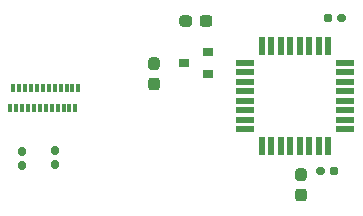
<source format=gbr>
%TF.GenerationSoftware,KiCad,Pcbnew,(5.1.10)-1*%
%TF.CreationDate,2021-07-17T22:11:59-07:00*%
%TF.ProjectId,twokey,74776f6b-6579-42e6-9b69-6361645f7063,rev?*%
%TF.SameCoordinates,Original*%
%TF.FileFunction,Paste,Top*%
%TF.FilePolarity,Positive*%
%FSLAX46Y46*%
G04 Gerber Fmt 4.6, Leading zero omitted, Abs format (unit mm)*
G04 Created by KiCad (PCBNEW (5.1.10)-1) date 2021-07-17 22:11:59*
%MOMM*%
%LPD*%
G01*
G04 APERTURE LIST*
%ADD10R,1.600000X0.550000*%
%ADD11R,0.550000X1.600000*%
%ADD12R,0.300000X0.700000*%
%ADD13R,0.900000X0.800000*%
G04 APERTURE END LIST*
D10*
%TO.C,U1*%
X152078000Y-98812000D03*
X152078000Y-98012000D03*
X152078000Y-97212000D03*
X152078000Y-96412000D03*
X152078000Y-95612000D03*
X152078000Y-94812000D03*
X152078000Y-94012000D03*
X152078000Y-93212000D03*
D11*
X150628000Y-91762000D03*
X149828000Y-91762000D03*
X149028000Y-91762000D03*
X148228000Y-91762000D03*
X147428000Y-91762000D03*
X146628000Y-91762000D03*
X145828000Y-91762000D03*
X145028000Y-91762000D03*
D10*
X143578000Y-93212000D03*
X143578000Y-94012000D03*
X143578000Y-94812000D03*
X143578000Y-95612000D03*
X143578000Y-96412000D03*
X143578000Y-97212000D03*
X143578000Y-98012000D03*
X143578000Y-98812000D03*
D11*
X145028000Y-100262000D03*
X145828000Y-100262000D03*
X146628000Y-100262000D03*
X147428000Y-100262000D03*
X148228000Y-100262000D03*
X149028000Y-100262000D03*
X149828000Y-100262000D03*
X150628000Y-100262000D03*
%TD*%
%TO.C,C1*%
G36*
G01*
X148098500Y-102131500D02*
X148573500Y-102131500D01*
G75*
G02*
X148811000Y-102369000I0J-237500D01*
G01*
X148811000Y-102969000D01*
G75*
G02*
X148573500Y-103206500I-237500J0D01*
G01*
X148098500Y-103206500D01*
G75*
G02*
X147861000Y-102969000I0J237500D01*
G01*
X147861000Y-102369000D01*
G75*
G02*
X148098500Y-102131500I237500J0D01*
G01*
G37*
G36*
G01*
X148098500Y-103856500D02*
X148573500Y-103856500D01*
G75*
G02*
X148811000Y-104094000I0J-237500D01*
G01*
X148811000Y-104694000D01*
G75*
G02*
X148573500Y-104931500I-237500J0D01*
G01*
X148098500Y-104931500D01*
G75*
G02*
X147861000Y-104694000I0J237500D01*
G01*
X147861000Y-104094000D01*
G75*
G02*
X148098500Y-103856500I237500J0D01*
G01*
G37*
%TD*%
%TO.C,C2*%
G36*
G01*
X149627500Y-102517000D02*
X149627500Y-102207000D01*
G75*
G02*
X149782500Y-102052000I155000J0D01*
G01*
X150207500Y-102052000D01*
G75*
G02*
X150362500Y-102207000I0J-155000D01*
G01*
X150362500Y-102517000D01*
G75*
G02*
X150207500Y-102672000I-155000J0D01*
G01*
X149782500Y-102672000D01*
G75*
G02*
X149627500Y-102517000I0J155000D01*
G01*
G37*
G36*
G01*
X150762500Y-102517000D02*
X150762500Y-102207000D01*
G75*
G02*
X150917500Y-102052000I155000J0D01*
G01*
X151342500Y-102052000D01*
G75*
G02*
X151497500Y-102207000I0J-155000D01*
G01*
X151497500Y-102517000D01*
G75*
G02*
X151342500Y-102672000I-155000J0D01*
G01*
X150917500Y-102672000D01*
G75*
G02*
X150762500Y-102517000I0J155000D01*
G01*
G37*
%TD*%
%TO.C,C3*%
G36*
G01*
X151389500Y-89563000D02*
X151389500Y-89253000D01*
G75*
G02*
X151544500Y-89098000I155000J0D01*
G01*
X151969500Y-89098000D01*
G75*
G02*
X152124500Y-89253000I0J-155000D01*
G01*
X152124500Y-89563000D01*
G75*
G02*
X151969500Y-89718000I-155000J0D01*
G01*
X151544500Y-89718000D01*
G75*
G02*
X151389500Y-89563000I0J155000D01*
G01*
G37*
G36*
G01*
X150254500Y-89563000D02*
X150254500Y-89253000D01*
G75*
G02*
X150409500Y-89098000I155000J0D01*
G01*
X150834500Y-89098000D01*
G75*
G02*
X150989500Y-89253000I0J-155000D01*
G01*
X150989500Y-89563000D01*
G75*
G02*
X150834500Y-89718000I-155000J0D01*
G01*
X150409500Y-89718000D01*
G75*
G02*
X150254500Y-89563000I0J155000D01*
G01*
G37*
%TD*%
%TO.C,C4*%
G36*
G01*
X135652500Y-92733500D02*
X136127500Y-92733500D01*
G75*
G02*
X136365000Y-92971000I0J-237500D01*
G01*
X136365000Y-93571000D01*
G75*
G02*
X136127500Y-93808500I-237500J0D01*
G01*
X135652500Y-93808500D01*
G75*
G02*
X135415000Y-93571000I0J237500D01*
G01*
X135415000Y-92971000D01*
G75*
G02*
X135652500Y-92733500I237500J0D01*
G01*
G37*
G36*
G01*
X135652500Y-94458500D02*
X136127500Y-94458500D01*
G75*
G02*
X136365000Y-94696000I0J-237500D01*
G01*
X136365000Y-95296000D01*
G75*
G02*
X136127500Y-95533500I-237500J0D01*
G01*
X135652500Y-95533500D01*
G75*
G02*
X135415000Y-95296000I0J237500D01*
G01*
X135415000Y-94696000D01*
G75*
G02*
X135652500Y-94458500I237500J0D01*
G01*
G37*
%TD*%
%TO.C,C5*%
G36*
G01*
X139121000Y-89424500D02*
X139121000Y-89899500D01*
G75*
G02*
X138883500Y-90137000I-237500J0D01*
G01*
X138283500Y-90137000D01*
G75*
G02*
X138046000Y-89899500I0J237500D01*
G01*
X138046000Y-89424500D01*
G75*
G02*
X138283500Y-89187000I237500J0D01*
G01*
X138883500Y-89187000D01*
G75*
G02*
X139121000Y-89424500I0J-237500D01*
G01*
G37*
G36*
G01*
X140846000Y-89424500D02*
X140846000Y-89899500D01*
G75*
G02*
X140608500Y-90137000I-237500J0D01*
G01*
X140008500Y-90137000D01*
G75*
G02*
X139771000Y-89899500I0J237500D01*
G01*
X139771000Y-89424500D01*
G75*
G02*
X140008500Y-89187000I237500J0D01*
G01*
X140608500Y-89187000D01*
G75*
G02*
X140846000Y-89424500I0J-237500D01*
G01*
G37*
%TD*%
D12*
%TO.C,J1*%
X129242000Y-97053000D03*
X128742000Y-97053000D03*
X128242000Y-97053000D03*
X127742000Y-97053000D03*
X127242000Y-97053000D03*
X126742000Y-97053000D03*
X126242000Y-97053000D03*
X125742000Y-97053000D03*
X125242000Y-97053000D03*
X124742000Y-97053000D03*
X124242000Y-97053000D03*
X123742000Y-97053000D03*
X123992000Y-95353000D03*
X124492000Y-95353000D03*
X124992000Y-95353000D03*
X125492000Y-95353000D03*
X125992000Y-95353000D03*
X126492000Y-95353000D03*
X126992000Y-95353000D03*
X127492000Y-95353000D03*
X127992000Y-95353000D03*
X128492000Y-95353000D03*
X128992000Y-95353000D03*
X129492000Y-95353000D03*
%TD*%
%TO.C,R1*%
G36*
G01*
X127348000Y-101459000D02*
X127668000Y-101459000D01*
G75*
G02*
X127828000Y-101619000I0J-160000D01*
G01*
X127828000Y-102014000D01*
G75*
G02*
X127668000Y-102174000I-160000J0D01*
G01*
X127348000Y-102174000D01*
G75*
G02*
X127188000Y-102014000I0J160000D01*
G01*
X127188000Y-101619000D01*
G75*
G02*
X127348000Y-101459000I160000J0D01*
G01*
G37*
G36*
G01*
X127348000Y-100264000D02*
X127668000Y-100264000D01*
G75*
G02*
X127828000Y-100424000I0J-160000D01*
G01*
X127828000Y-100819000D01*
G75*
G02*
X127668000Y-100979000I-160000J0D01*
G01*
X127348000Y-100979000D01*
G75*
G02*
X127188000Y-100819000I0J160000D01*
G01*
X127188000Y-100424000D01*
G75*
G02*
X127348000Y-100264000I160000J0D01*
G01*
G37*
%TD*%
%TO.C,R2*%
G36*
G01*
X124554000Y-100353500D02*
X124874000Y-100353500D01*
G75*
G02*
X125034000Y-100513500I0J-160000D01*
G01*
X125034000Y-100908500D01*
G75*
G02*
X124874000Y-101068500I-160000J0D01*
G01*
X124554000Y-101068500D01*
G75*
G02*
X124394000Y-100908500I0J160000D01*
G01*
X124394000Y-100513500D01*
G75*
G02*
X124554000Y-100353500I160000J0D01*
G01*
G37*
G36*
G01*
X124554000Y-101548500D02*
X124874000Y-101548500D01*
G75*
G02*
X125034000Y-101708500I0J-160000D01*
G01*
X125034000Y-102103500D01*
G75*
G02*
X124874000Y-102263500I-160000J0D01*
G01*
X124554000Y-102263500D01*
G75*
G02*
X124394000Y-102103500I0J160000D01*
G01*
X124394000Y-101708500D01*
G75*
G02*
X124554000Y-101548500I160000J0D01*
G01*
G37*
%TD*%
D13*
%TO.C,U2*%
X140462000Y-94168000D03*
X140462000Y-92268000D03*
X138462000Y-93218000D03*
%TD*%
M02*

</source>
